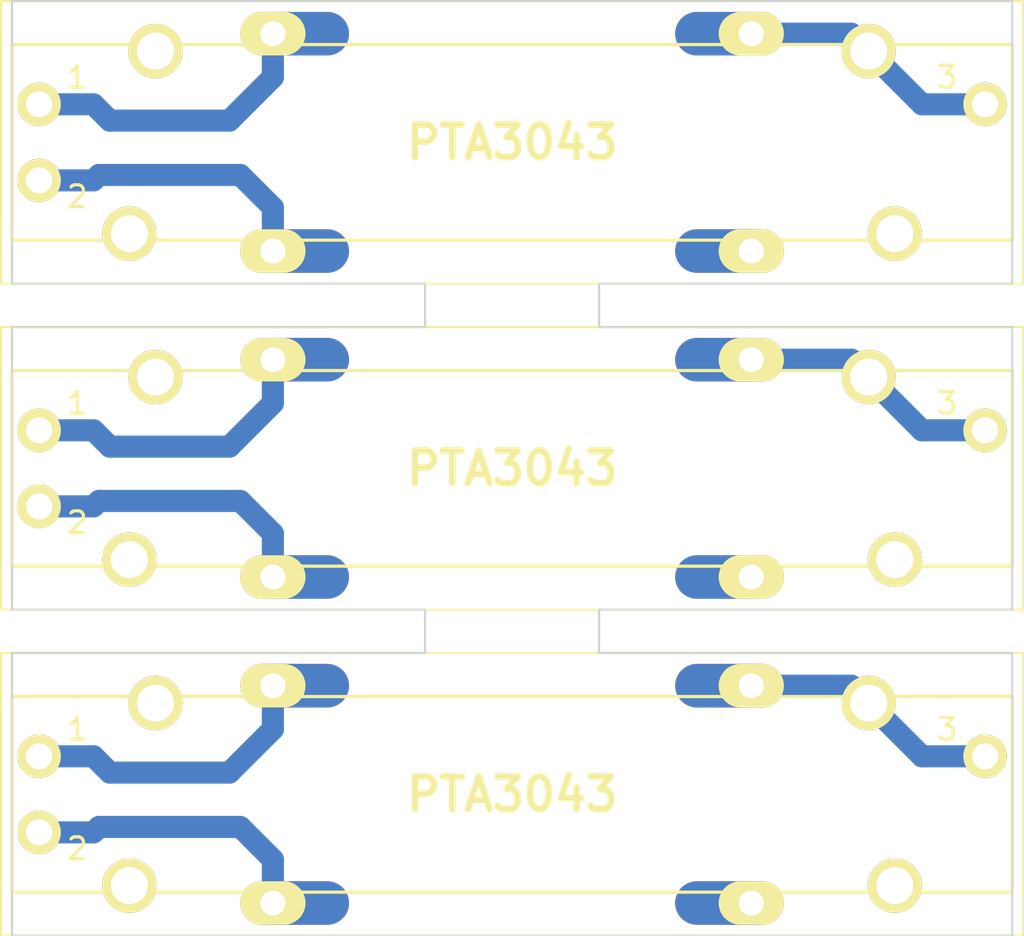
<source format=kicad_pcb>
(kicad_pcb (version 3) (host pcbnew "(2013-07-07 BZR 4022)-stable")

  (general
    (links 15)
    (no_connects 6)
    (area 63.416999 48.992 111.050001 168.050001)
    (thickness 1.6)
    (drawings 38)
    (tracks 66)
    (zones 0)
    (modules 3)
    (nets 4)
  )

  (page A3)
  (layers
    (15 F.Cu signal)
    (0 B.Cu signal)
    (16 B.Adhes user)
    (17 F.Adhes user)
    (18 B.Paste user)
    (19 F.Paste user)
    (20 B.SilkS user)
    (21 F.SilkS user)
    (22 B.Mask user)
    (23 F.Mask user)
    (24 Dwgs.User user)
    (25 Cmts.User user)
    (26 Eco1.User user)
    (27 Eco2.User user)
    (28 Edge.Cuts user)
  )

  (setup
    (last_trace_width 2)
    (trace_clearance 0.508)
    (zone_clearance 0.254)
    (zone_45_only no)
    (trace_min 0.254)
    (segment_width 0.1)
    (edge_width 0.1)
    (via_size 0.889)
    (via_drill 0.635)
    (via_min_size 0.889)
    (via_min_drill 0.508)
    (uvia_size 0.508)
    (uvia_drill 0.127)
    (uvias_allowed no)
    (uvia_min_size 0.508)
    (uvia_min_drill 0.127)
    (pcb_text_width 0.3)
    (pcb_text_size 1.5 1.5)
    (mod_edge_width 0.15)
    (mod_text_size 1 1)
    (mod_text_width 0.15)
    (pad_size 3 2)
    (pad_drill 1.15)
    (pad_to_mask_clearance 0)
    (aux_axis_origin 0 0)
    (visible_elements 7FFFFBBF)
    (pcbplotparams
      (layerselection 284196865)
      (usegerberextensions true)
      (excludeedgelayer true)
      (linewidth 0.150000)
      (plotframeref false)
      (viasonmask false)
      (mode 1)
      (useauxorigin false)
      (hpglpennumber 1)
      (hpglpenspeed 20)
      (hpglpendiameter 15)
      (hpglpenoverlay 2)
      (psnegative false)
      (psa4output false)
      (plotreference false)
      (plotvalue false)
      (plotothertext true)
      (plotinvisibletext false)
      (padsonsilk false)
      (subtractmaskfromsilk true)
      (outputformat 1)
      (mirror false)
      (drillshape 0)
      (scaleselection 1)
      (outputdirectory "../Roland JP-4 slider/Gerbers/PTA/"))
  )

  (net 0 "")
  (net 1 N-000001)
  (net 2 N-000002)
  (net 3 N-000003)

  (net_class Default "This is the default net class."
    (clearance 0.508)
    (trace_width 2)
    (via_dia 0.889)
    (via_drill 0.635)
    (uvia_dia 0.508)
    (uvia_drill 0.127)
    (add_net "")
    (add_net N-000001)
    (add_net N-000002)
    (add_net N-000003)
  )

  (module PTA3043 (layer F.Cu) (tedit 53372347) (tstamp 535F18B2)
    (at 88 161.5)
    (path /5334477F)
    (fp_text reference PTA1 (at 0 -5) (layer F.SilkS) hide
      (effects (font (size 1 1) (thickness 0.15)))
    )
    (fp_text value POT (at 0 4) (layer F.SilkS) hide
      (effects (font (size 1 1) (thickness 0.15)))
    )
    (fp_line (start 23 -4.5) (end 23 4.5) (layer F.SilkS) (width 0.15))
    (fp_line (start -23 -4.5) (end -23 4.5) (layer F.SilkS) (width 0.15))
    (fp_line (start -23 4.5) (end 23 4.5) (layer F.SilkS) (width 0.15))
    (fp_line (start -23 -4.5) (end 23 -4.5) (layer F.SilkS) (width 0.15))
    (fp_text user 3 (at 20 -3) (layer F.SilkS)
      (effects (font (size 1 1) (thickness 0.15)))
    )
    (fp_text user 2 (at -20 2.5) (layer F.SilkS)
      (effects (font (size 1 1) (thickness 0.15)))
    )
    (fp_text user 1 (at -20 -3) (layer F.SilkS)
      (effects (font (size 1 1) (thickness 0.15)))
    )
    (pad 7 thru_hole circle (at 16.4 -4.2) (size 2.5 2.5) (drill 1.7)
      (layers *.Cu *.Mask F.SilkS)
    )
    (pad 6 thru_hole circle (at -16.4 -4.2) (size 2.5 2.5) (drill 1.7)
      (layers *.Cu *.Mask F.SilkS)
    )
    (pad 5 thru_hole circle (at 17.6 4.2) (size 2.5 2.5) (drill 1.7)
      (layers *.Cu *.Mask F.SilkS)
    )
    (pad 4 thru_hole circle (at -17.6 4.2) (size 2.5 2.5) (drill 1.7)
      (layers *.Cu *.Mask F.SilkS)
    )
    (pad 1 thru_hole circle (at -21.75 -1.75) (size 2 2) (drill 1.2)
      (layers *.Cu *.Mask F.SilkS)
      (net 1 N-000001)
    )
    (pad 2 thru_hole circle (at -21.75 1.75) (size 2 2) (drill 1.2)
      (layers *.Cu *.Mask F.SilkS)
      (net 2 N-000002)
    )
    (pad 3 thru_hole circle (at 21.75 -1.75) (size 2 2) (drill 1.2)
      (layers *.Cu *.Mask F.SilkS)
      (net 3 N-000003)
    )
    (pad 1 thru_hole oval (at -11 -5) (size 3 2) (drill 1.15)
      (layers *.Cu *.Mask F.SilkS)
      (net 1 N-000001)
    )
    (pad 2 thru_hole oval (at -11 5) (size 3 2) (drill 1.15)
      (layers *.Cu *.Mask F.SilkS)
      (net 2 N-000002)
    )
    (pad 3 thru_hole oval (at 11 -5) (size 3 2) (drill 1.15)
      (layers *.Cu *.Mask F.SilkS)
      (net 3 N-000003)
    )
    (pad 8 thru_hole oval (at 11 5) (size 3 2) (drill 1.15)
      (layers *.Cu *.Mask F.SilkS)
    )
  )

  (module PTA3043 (layer F.Cu) (tedit 53372347) (tstamp 535F1881)
    (at 88 146.5)
    (path /5334477F)
    (fp_text reference PTA1 (at 0 -5) (layer F.SilkS) hide
      (effects (font (size 1 1) (thickness 0.15)))
    )
    (fp_text value POT (at 0 4) (layer F.SilkS) hide
      (effects (font (size 1 1) (thickness 0.15)))
    )
    (fp_line (start 23 -4.5) (end 23 4.5) (layer F.SilkS) (width 0.15))
    (fp_line (start -23 -4.5) (end -23 4.5) (layer F.SilkS) (width 0.15))
    (fp_line (start -23 4.5) (end 23 4.5) (layer F.SilkS) (width 0.15))
    (fp_line (start -23 -4.5) (end 23 -4.5) (layer F.SilkS) (width 0.15))
    (fp_text user 3 (at 20 -3) (layer F.SilkS)
      (effects (font (size 1 1) (thickness 0.15)))
    )
    (fp_text user 2 (at -20 2.5) (layer F.SilkS)
      (effects (font (size 1 1) (thickness 0.15)))
    )
    (fp_text user 1 (at -20 -3) (layer F.SilkS)
      (effects (font (size 1 1) (thickness 0.15)))
    )
    (pad 7 thru_hole circle (at 16.4 -4.2) (size 2.5 2.5) (drill 1.7)
      (layers *.Cu *.Mask F.SilkS)
    )
    (pad 6 thru_hole circle (at -16.4 -4.2) (size 2.5 2.5) (drill 1.7)
      (layers *.Cu *.Mask F.SilkS)
    )
    (pad 5 thru_hole circle (at 17.6 4.2) (size 2.5 2.5) (drill 1.7)
      (layers *.Cu *.Mask F.SilkS)
    )
    (pad 4 thru_hole circle (at -17.6 4.2) (size 2.5 2.5) (drill 1.7)
      (layers *.Cu *.Mask F.SilkS)
    )
    (pad 1 thru_hole circle (at -21.75 -1.75) (size 2 2) (drill 1.2)
      (layers *.Cu *.Mask F.SilkS)
      (net 1 N-000001)
    )
    (pad 2 thru_hole circle (at -21.75 1.75) (size 2 2) (drill 1.2)
      (layers *.Cu *.Mask F.SilkS)
      (net 2 N-000002)
    )
    (pad 3 thru_hole circle (at 21.75 -1.75) (size 2 2) (drill 1.2)
      (layers *.Cu *.Mask F.SilkS)
      (net 3 N-000003)
    )
    (pad 1 thru_hole oval (at -11 -5) (size 3 2) (drill 1.15)
      (layers *.Cu *.Mask F.SilkS)
      (net 1 N-000001)
    )
    (pad 2 thru_hole oval (at -11 5) (size 3 2) (drill 1.15)
      (layers *.Cu *.Mask F.SilkS)
      (net 2 N-000002)
    )
    (pad 3 thru_hole oval (at 11 -5) (size 3 2) (drill 1.15)
      (layers *.Cu *.Mask F.SilkS)
      (net 3 N-000003)
    )
    (pad 8 thru_hole oval (at 11 5) (size 3 2) (drill 1.15)
      (layers *.Cu *.Mask F.SilkS)
    )
  )

  (module PTA3043 (layer F.Cu) (tedit 53372347) (tstamp 535F1819)
    (at 88 131.5)
    (path /5334477F)
    (fp_text reference PTA1 (at 0 -5) (layer F.SilkS) hide
      (effects (font (size 1 1) (thickness 0.15)))
    )
    (fp_text value POT (at 0 4) (layer F.SilkS) hide
      (effects (font (size 1 1) (thickness 0.15)))
    )
    (fp_line (start 23 -4.5) (end 23 4.5) (layer F.SilkS) (width 0.15))
    (fp_line (start -23 -4.5) (end -23 4.5) (layer F.SilkS) (width 0.15))
    (fp_line (start -23 4.5) (end 23 4.5) (layer F.SilkS) (width 0.15))
    (fp_line (start -23 -4.5) (end 23 -4.5) (layer F.SilkS) (width 0.15))
    (fp_text user 3 (at 20 -3) (layer F.SilkS)
      (effects (font (size 1 1) (thickness 0.15)))
    )
    (fp_text user 2 (at -20 2.5) (layer F.SilkS)
      (effects (font (size 1 1) (thickness 0.15)))
    )
    (fp_text user 1 (at -20 -3) (layer F.SilkS)
      (effects (font (size 1 1) (thickness 0.15)))
    )
    (pad 7 thru_hole circle (at 16.4 -4.2) (size 2.5 2.5) (drill 1.7)
      (layers *.Cu *.Mask F.SilkS)
    )
    (pad 6 thru_hole circle (at -16.4 -4.2) (size 2.5 2.5) (drill 1.7)
      (layers *.Cu *.Mask F.SilkS)
    )
    (pad 5 thru_hole circle (at 17.6 4.2) (size 2.5 2.5) (drill 1.7)
      (layers *.Cu *.Mask F.SilkS)
    )
    (pad 4 thru_hole circle (at -17.6 4.2) (size 2.5 2.5) (drill 1.7)
      (layers *.Cu *.Mask F.SilkS)
    )
    (pad 1 thru_hole circle (at -21.75 -1.75) (size 2 2) (drill 1.2)
      (layers *.Cu *.Mask F.SilkS)
      (net 1 N-000001)
    )
    (pad 2 thru_hole circle (at -21.75 1.75) (size 2 2) (drill 1.2)
      (layers *.Cu *.Mask F.SilkS)
      (net 2 N-000002)
    )
    (pad 3 thru_hole circle (at 21.75 -1.75) (size 2 2) (drill 1.2)
      (layers *.Cu *.Mask F.SilkS)
      (net 3 N-000003)
    )
    (pad 1 thru_hole oval (at -11 -5) (size 3 2) (drill 1.15)
      (layers *.Cu *.Mask F.SilkS)
      (net 1 N-000001)
    )
    (pad 2 thru_hole oval (at -11 5) (size 3 2) (drill 1.15)
      (layers *.Cu *.Mask F.SilkS)
      (net 2 N-000002)
    )
    (pad 3 thru_hole oval (at 11 -5) (size 3 2) (drill 1.15)
      (layers *.Cu *.Mask F.SilkS)
      (net 3 N-000003)
    )
    (pad 8 thru_hole oval (at 11 5) (size 3 2) (drill 1.15)
      (layers *.Cu *.Mask F.SilkS)
    )
  )

  (gr_line (start 111.5 168) (end 64.5 168) (angle 90) (layer F.SilkS) (width 0.1) (tstamp 535F18E2))
  (gr_line (start 64.5 155) (end 111.5 155) (angle 90) (layer F.SilkS) (width 0.1) (tstamp 535F18E1))
  (gr_line (start 111.5 168) (end 111.5 155) (angle 90) (layer F.SilkS) (width 0.1) (tstamp 535F18E0))
  (gr_line (start 64.5 155) (end 64.5 167.5) (angle 90) (layer F.SilkS) (width 0.1) (tstamp 535F18DF))
  (gr_line (start 64.5 168) (end 64.5 167.5) (angle 90) (layer F.SilkS) (width 0.1) (tstamp 535F18DE))
  (gr_text PTA3043 (at 88 161.5) (layer F.SilkS) (tstamp 535F18DD)
    (effects (font (size 1.5 1.5) (thickness 0.3)))
  )
  (gr_text PTA3043 (at 88 146.5) (layer F.SilkS) (tstamp 535F18B1)
    (effects (font (size 1.5 1.5) (thickness 0.3)))
  )
  (gr_line (start 64.5 153) (end 64.5 152.5) (angle 90) (layer F.SilkS) (width 0.1) (tstamp 535F18B0))
  (gr_line (start 64.5 140) (end 64.5 152.5) (angle 90) (layer F.SilkS) (width 0.1) (tstamp 535F18AF))
  (gr_line (start 111.5 153) (end 111.5 140) (angle 90) (layer F.SilkS) (width 0.1) (tstamp 535F18AE))
  (gr_line (start 64.5 140) (end 111.5 140) (angle 90) (layer F.SilkS) (width 0.1) (tstamp 535F18AD))
  (gr_line (start 111.5 153) (end 64.5 153) (angle 90) (layer F.SilkS) (width 0.1) (tstamp 535F18AC))
  (gr_line (start 111.5 138) (end 64.5 138) (angle 90) (layer F.SilkS) (width 0.1) (tstamp 535F1849))
  (gr_line (start 64.5 125) (end 111.5 125) (angle 90) (layer F.SilkS) (width 0.1) (tstamp 535F1848))
  (gr_line (start 111.5 138) (end 111.5 125) (angle 90) (layer F.SilkS) (width 0.1) (tstamp 535F1847))
  (gr_line (start 64.5 125) (end 64.5 137.5) (angle 90) (layer F.SilkS) (width 0.1) (tstamp 535F1846))
  (gr_line (start 64.5 138) (end 64.5 137.5) (angle 90) (layer F.SilkS) (width 0.1) (tstamp 535F1845))
  (gr_text PTA3043 (at 88 131.5) (layer F.SilkS) (tstamp 535F1844)
    (effects (font (size 1.5 1.5) (thickness 0.3)))
  )
  (gr_line (start 65 153) (end 84 153) (angle 90) (layer Edge.Cuts) (width 0.1))
  (gr_line (start 84 155) (end 65 155) (angle 90) (layer Edge.Cuts) (width 0.1))
  (gr_line (start 84 153) (end 84 155) (angle 90) (layer Edge.Cuts) (width 0.1))
  (gr_line (start 92 155) (end 111 155) (angle 90) (layer Edge.Cuts) (width 0.1))
  (gr_line (start 92 153) (end 92 155) (angle 90) (layer Edge.Cuts) (width 0.1))
  (gr_line (start 111 153) (end 92 153) (angle 90) (layer Edge.Cuts) (width 0.1))
  (gr_line (start 111 140) (end 92 140) (angle 90) (layer Edge.Cuts) (width 0.1))
  (gr_line (start 92 138) (end 111 138) (angle 90) (layer Edge.Cuts) (width 0.1))
  (gr_line (start 65 140) (end 84 140) (angle 90) (layer Edge.Cuts) (width 0.1))
  (gr_line (start 84 138) (end 65 138) (angle 90) (layer Edge.Cuts) (width 0.1))
  (gr_line (start 84 138) (end 84 140) (angle 90) (layer Edge.Cuts) (width 0.1))
  (gr_line (start 92 138) (end 92 140) (angle 90) (layer Edge.Cuts) (width 0.1))
  (gr_line (start 65 138) (end 65 125) (angle 90) (layer Edge.Cuts) (width 0.1))
  (gr_line (start 65 153) (end 65 140) (angle 90) (layer Edge.Cuts) (width 0.1))
  (gr_line (start 65 168) (end 65 155) (angle 90) (layer Edge.Cuts) (width 0.1))
  (gr_line (start 111 168) (end 65 168) (angle 90) (layer Edge.Cuts) (width 0.1))
  (gr_line (start 111 155) (end 111 168) (angle 90) (layer Edge.Cuts) (width 0.1))
  (gr_line (start 111 140) (end 111 153) (angle 90) (layer Edge.Cuts) (width 0.1))
  (gr_line (start 111 125) (end 111 138) (angle 90) (layer Edge.Cuts) (width 0.1))
  (gr_line (start 65 125) (end 111 125) (angle 90) (layer Edge.Cuts) (width 0.1))

  (segment (start 99 166.5) (end 96.5 166.5) (width 2) (layer B.Cu) (net 0) (tstamp 535F18C8))
  (segment (start 99 166.5) (end 96.5 166.5) (width 2) (layer F.Cu) (net 0) (tstamp 535F18C7))
  (segment (start 99 151.5) (end 96.5 151.5) (width 2) (layer F.Cu) (net 0) (tstamp 535F1897))
  (segment (start 99 151.5) (end 96.5 151.5) (width 2) (layer B.Cu) (net 0) (tstamp 535F1896))
  (segment (start 99 136.5) (end 96.5 136.5) (width 2) (layer B.Cu) (net 0) (tstamp 535F182F))
  (segment (start 99 136.5) (end 96.5 136.5) (width 2) (layer F.Cu) (net 0) (tstamp 535F182E))
  (segment (start 68.75 159.75) (end 69.5 160.5) (width 1.016) (layer B.Cu) (net 1) (tstamp 535F18CF))
  (segment (start 69.5 160.5) (end 75 160.5) (width 1.016) (layer B.Cu) (net 1) (tstamp 535F18CE))
  (segment (start 75 160.5) (end 77 158.5) (width 1.016) (layer B.Cu) (net 1) (tstamp 535F18CD))
  (segment (start 77 158.5) (end 77 156.5) (width 1.016) (layer B.Cu) (net 1) (tstamp 535F18CC))
  (segment (start 66.25 159.75) (end 68.75 159.75) (width 1.016) (layer B.Cu) (net 1) (tstamp 535F18CB))
  (segment (start 79.5 156.5) (end 77 156.5) (width 2) (layer B.Cu) (net 1) (tstamp 535F18CA))
  (segment (start 77 156.5) (end 79.5 156.5) (width 2) (layer F.Cu) (net 1) (tstamp 535F18C9))
  (segment (start 77 141.5) (end 79.5 141.5) (width 2) (layer F.Cu) (net 1) (tstamp 535F189E))
  (segment (start 79.5 141.5) (end 77 141.5) (width 2) (layer B.Cu) (net 1) (tstamp 535F189D))
  (segment (start 66.25 144.75) (end 68.75 144.75) (width 1.016) (layer B.Cu) (net 1) (tstamp 535F189C))
  (segment (start 77 143.5) (end 77 141.5) (width 1.016) (layer B.Cu) (net 1) (tstamp 535F189B))
  (segment (start 75 145.5) (end 77 143.5) (width 1.016) (layer B.Cu) (net 1) (tstamp 535F189A))
  (segment (start 69.5 145.5) (end 75 145.5) (width 1.016) (layer B.Cu) (net 1) (tstamp 535F1899))
  (segment (start 68.75 144.75) (end 69.5 145.5) (width 1.016) (layer B.Cu) (net 1) (tstamp 535F1898))
  (segment (start 68.75 129.75) (end 69.5 130.5) (width 1.016) (layer B.Cu) (net 1) (tstamp 535F1836))
  (segment (start 69.5 130.5) (end 75 130.5) (width 1.016) (layer B.Cu) (net 1) (tstamp 535F1835))
  (segment (start 75 130.5) (end 77 128.5) (width 1.016) (layer B.Cu) (net 1) (tstamp 535F1834))
  (segment (start 77 128.5) (end 77 126.5) (width 1.016) (layer B.Cu) (net 1) (tstamp 535F1833))
  (segment (start 66.25 129.75) (end 68.75 129.75) (width 1.016) (layer B.Cu) (net 1) (tstamp 535F1832))
  (segment (start 79.5 126.5) (end 77 126.5) (width 2) (layer B.Cu) (net 1) (tstamp 535F1831))
  (segment (start 77 126.5) (end 79.5 126.5) (width 2) (layer F.Cu) (net 1) (tstamp 535F1830))
  (segment (start 68.75 163.25) (end 69 163) (width 1.016) (layer B.Cu) (net 2) (tstamp 535F18D6))
  (segment (start 69 163) (end 75.5 163) (width 1.016) (layer B.Cu) (net 2) (tstamp 535F18D5))
  (segment (start 75.5 163) (end 77 164.5) (width 1.016) (layer B.Cu) (net 2) (tstamp 535F18D4))
  (segment (start 77 164.5) (end 77 166.5) (width 1.016) (layer B.Cu) (net 2) (tstamp 535F18D3))
  (segment (start 66.25 163.25) (end 68.75 163.25) (width 1.016) (layer B.Cu) (net 2) (tstamp 535F18D2))
  (segment (start 77 166.5) (end 79.5 166.5) (width 2) (layer B.Cu) (net 2) (tstamp 535F18D1))
  (segment (start 77 166.5) (end 79.5 166.5) (width 2) (layer F.Cu) (net 2) (tstamp 535F18D0))
  (segment (start 77 151.5) (end 79.5 151.5) (width 2) (layer F.Cu) (net 2) (tstamp 535F18A5))
  (segment (start 77 151.5) (end 79.5 151.5) (width 2) (layer B.Cu) (net 2) (tstamp 535F18A4))
  (segment (start 66.25 148.25) (end 68.75 148.25) (width 1.016) (layer B.Cu) (net 2) (tstamp 535F18A3))
  (segment (start 77 149.5) (end 77 151.5) (width 1.016) (layer B.Cu) (net 2) (tstamp 535F18A2))
  (segment (start 75.5 148) (end 77 149.5) (width 1.016) (layer B.Cu) (net 2) (tstamp 535F18A1))
  (segment (start 69 148) (end 75.5 148) (width 1.016) (layer B.Cu) (net 2) (tstamp 535F18A0))
  (segment (start 68.75 148.25) (end 69 148) (width 1.016) (layer B.Cu) (net 2) (tstamp 535F189F))
  (segment (start 68.75 133.25) (end 69 133) (width 1.016) (layer B.Cu) (net 2) (tstamp 535F183D))
  (segment (start 69 133) (end 75.5 133) (width 1.016) (layer B.Cu) (net 2) (tstamp 535F183C))
  (segment (start 75.5 133) (end 77 134.5) (width 1.016) (layer B.Cu) (net 2) (tstamp 535F183B))
  (segment (start 77 134.5) (end 77 136.5) (width 1.016) (layer B.Cu) (net 2) (tstamp 535F183A))
  (segment (start 66.25 133.25) (end 68.75 133.25) (width 1.016) (layer B.Cu) (net 2) (tstamp 535F1839))
  (segment (start 77 136.5) (end 79.5 136.5) (width 2) (layer B.Cu) (net 2) (tstamp 535F1838))
  (segment (start 77 136.5) (end 79.5 136.5) (width 2) (layer F.Cu) (net 2) (tstamp 535F1837))
  (segment (start 103.6 156.5) (end 104.4 157.3) (width 1.016) (layer B.Cu) (net 3) (tstamp 535F18DC))
  (segment (start 99 156.5) (end 103.6 156.5) (width 1.016) (layer B.Cu) (net 3) (tstamp 535F18DB))
  (segment (start 106.85 159.75) (end 104.4 157.3) (width 1.016) (layer B.Cu) (net 3) (tstamp 535F18DA))
  (segment (start 109.75 159.75) (end 106.85 159.75) (width 1.016) (layer B.Cu) (net 3) (tstamp 535F18D9))
  (segment (start 99 156.5) (end 96.5 156.5) (width 2) (layer B.Cu) (net 3) (tstamp 535F18D8))
  (segment (start 99 156.5) (end 96.5 156.5) (width 2) (layer F.Cu) (net 3) (tstamp 535F18D7))
  (segment (start 99 141.5) (end 96.5 141.5) (width 2) (layer F.Cu) (net 3) (tstamp 535F18AB))
  (segment (start 99 141.5) (end 96.5 141.5) (width 2) (layer B.Cu) (net 3) (tstamp 535F18AA))
  (segment (start 109.75 144.75) (end 106.85 144.75) (width 1.016) (layer B.Cu) (net 3) (tstamp 535F18A9))
  (segment (start 106.85 144.75) (end 104.4 142.3) (width 1.016) (layer B.Cu) (net 3) (tstamp 535F18A8))
  (segment (start 99 141.5) (end 103.6 141.5) (width 1.016) (layer B.Cu) (net 3) (tstamp 535F18A7))
  (segment (start 103.6 141.5) (end 104.4 142.3) (width 1.016) (layer B.Cu) (net 3) (tstamp 535F18A6))
  (segment (start 103.6 126.5) (end 104.4 127.3) (width 1.016) (layer B.Cu) (net 3) (tstamp 535F1843))
  (segment (start 99 126.5) (end 103.6 126.5) (width 1.016) (layer B.Cu) (net 3) (tstamp 535F1842))
  (segment (start 106.85 129.75) (end 104.4 127.3) (width 1.016) (layer B.Cu) (net 3) (tstamp 535F1841))
  (segment (start 109.75 129.75) (end 106.85 129.75) (width 1.016) (layer B.Cu) (net 3) (tstamp 535F1840))
  (segment (start 99 126.5) (end 96.5 126.5) (width 2) (layer B.Cu) (net 3) (tstamp 535F183F))
  (segment (start 99 126.5) (end 96.5 126.5) (width 2) (layer F.Cu) (net 3) (tstamp 535F183E))

)

</source>
